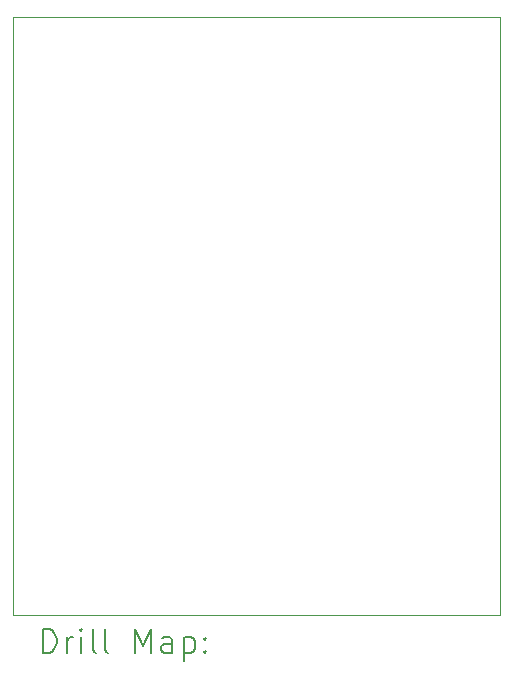
<source format=gbr>
%TF.GenerationSoftware,KiCad,Pcbnew,7.0.11-2.fc39*%
%TF.CreationDate,2024-06-02T00:52:19+02:00*%
%TF.ProjectId,two_relays_extension,74776f5f-7265-46c6-9179-735f65787465,rev?*%
%TF.SameCoordinates,Original*%
%TF.FileFunction,Drillmap*%
%TF.FilePolarity,Positive*%
%FSLAX45Y45*%
G04 Gerber Fmt 4.5, Leading zero omitted, Abs format (unit mm)*
G04 Created by KiCad (PCBNEW 7.0.11-2.fc39) date 2024-06-02 00:52:19*
%MOMM*%
%LPD*%
G01*
G04 APERTURE LIST*
%ADD10C,0.100000*%
%ADD11C,0.200000*%
G04 APERTURE END LIST*
D10*
X12674600Y-5778500D02*
X16802100Y-5778500D01*
X16802100Y-10845800D01*
X12674600Y-10845800D01*
X12674600Y-5778500D01*
D11*
X12930377Y-11162284D02*
X12930377Y-10962284D01*
X12930377Y-10962284D02*
X12977996Y-10962284D01*
X12977996Y-10962284D02*
X13006567Y-10971808D01*
X13006567Y-10971808D02*
X13025615Y-10990855D01*
X13025615Y-10990855D02*
X13035139Y-11009903D01*
X13035139Y-11009903D02*
X13044662Y-11047998D01*
X13044662Y-11047998D02*
X13044662Y-11076570D01*
X13044662Y-11076570D02*
X13035139Y-11114665D01*
X13035139Y-11114665D02*
X13025615Y-11133712D01*
X13025615Y-11133712D02*
X13006567Y-11152760D01*
X13006567Y-11152760D02*
X12977996Y-11162284D01*
X12977996Y-11162284D02*
X12930377Y-11162284D01*
X13130377Y-11162284D02*
X13130377Y-11028950D01*
X13130377Y-11067046D02*
X13139901Y-11047998D01*
X13139901Y-11047998D02*
X13149424Y-11038474D01*
X13149424Y-11038474D02*
X13168472Y-11028950D01*
X13168472Y-11028950D02*
X13187520Y-11028950D01*
X13254186Y-11162284D02*
X13254186Y-11028950D01*
X13254186Y-10962284D02*
X13244662Y-10971808D01*
X13244662Y-10971808D02*
X13254186Y-10981331D01*
X13254186Y-10981331D02*
X13263710Y-10971808D01*
X13263710Y-10971808D02*
X13254186Y-10962284D01*
X13254186Y-10962284D02*
X13254186Y-10981331D01*
X13377996Y-11162284D02*
X13358948Y-11152760D01*
X13358948Y-11152760D02*
X13349424Y-11133712D01*
X13349424Y-11133712D02*
X13349424Y-10962284D01*
X13482758Y-11162284D02*
X13463710Y-11152760D01*
X13463710Y-11152760D02*
X13454186Y-11133712D01*
X13454186Y-11133712D02*
X13454186Y-10962284D01*
X13711329Y-11162284D02*
X13711329Y-10962284D01*
X13711329Y-10962284D02*
X13777996Y-11105141D01*
X13777996Y-11105141D02*
X13844662Y-10962284D01*
X13844662Y-10962284D02*
X13844662Y-11162284D01*
X14025615Y-11162284D02*
X14025615Y-11057522D01*
X14025615Y-11057522D02*
X14016091Y-11038474D01*
X14016091Y-11038474D02*
X13997043Y-11028950D01*
X13997043Y-11028950D02*
X13958948Y-11028950D01*
X13958948Y-11028950D02*
X13939901Y-11038474D01*
X14025615Y-11152760D02*
X14006567Y-11162284D01*
X14006567Y-11162284D02*
X13958948Y-11162284D01*
X13958948Y-11162284D02*
X13939901Y-11152760D01*
X13939901Y-11152760D02*
X13930377Y-11133712D01*
X13930377Y-11133712D02*
X13930377Y-11114665D01*
X13930377Y-11114665D02*
X13939901Y-11095617D01*
X13939901Y-11095617D02*
X13958948Y-11086093D01*
X13958948Y-11086093D02*
X14006567Y-11086093D01*
X14006567Y-11086093D02*
X14025615Y-11076570D01*
X14120853Y-11028950D02*
X14120853Y-11228950D01*
X14120853Y-11038474D02*
X14139901Y-11028950D01*
X14139901Y-11028950D02*
X14177996Y-11028950D01*
X14177996Y-11028950D02*
X14197043Y-11038474D01*
X14197043Y-11038474D02*
X14206567Y-11047998D01*
X14206567Y-11047998D02*
X14216091Y-11067046D01*
X14216091Y-11067046D02*
X14216091Y-11124189D01*
X14216091Y-11124189D02*
X14206567Y-11143236D01*
X14206567Y-11143236D02*
X14197043Y-11152760D01*
X14197043Y-11152760D02*
X14177996Y-11162284D01*
X14177996Y-11162284D02*
X14139901Y-11162284D01*
X14139901Y-11162284D02*
X14120853Y-11152760D01*
X14301805Y-11143236D02*
X14311329Y-11152760D01*
X14311329Y-11152760D02*
X14301805Y-11162284D01*
X14301805Y-11162284D02*
X14292282Y-11152760D01*
X14292282Y-11152760D02*
X14301805Y-11143236D01*
X14301805Y-11143236D02*
X14301805Y-11162284D01*
X14301805Y-11038474D02*
X14311329Y-11047998D01*
X14311329Y-11047998D02*
X14301805Y-11057522D01*
X14301805Y-11057522D02*
X14292282Y-11047998D01*
X14292282Y-11047998D02*
X14301805Y-11038474D01*
X14301805Y-11038474D02*
X14301805Y-11057522D01*
M02*

</source>
